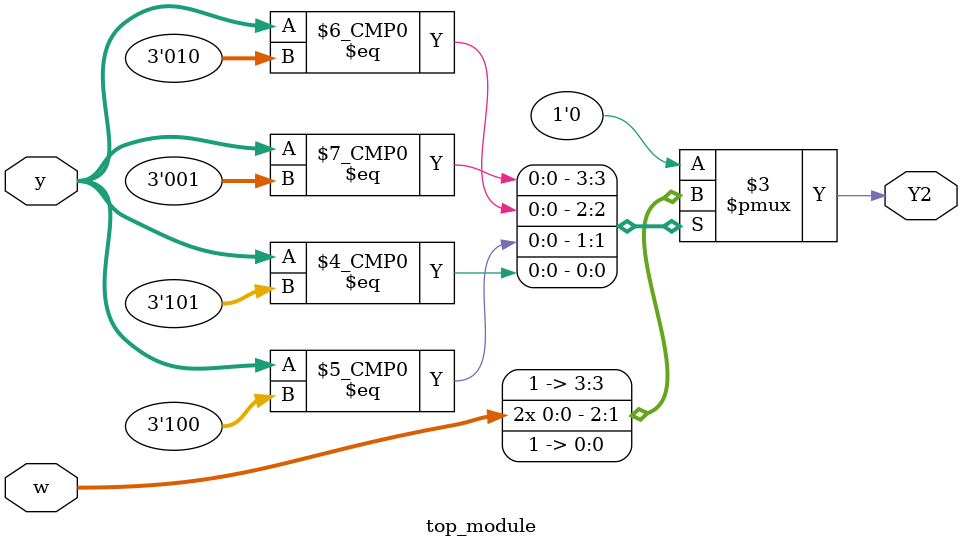
<source format=sv>
module top_module (
    input [3:1] y,
    input w,
    output Y2);

    always_comb begin
        case(y[3:1])
            3'b000: Y2 = 1'b0;
            3'b001: Y2 = 1'b1;
            3'b010: Y2 = w;
            3'b011: Y2 = 1'b0;
            3'b100: Y2 = w;
            3'b101: Y2 = 1'b1;
            default: Y2 = 1'b0;
        endcase
    end
endmodule

</source>
